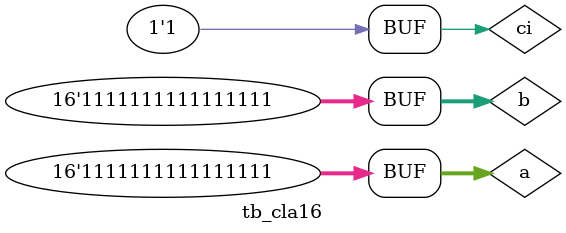
<source format=v>
`timescale 1ns/1ps

module tb_cla16();

reg [15:0] a, b;
reg ci;
wire [15:0] s;
wire co, gg, pg;

cla16 U0(.a(a), .b(b), .ci(ci), .co(co), .s(s), .gg(gg), .pg(pg));

initial begin
	a = 16'b1111_1111_1111_1111; b = 16'b1111_1111_1111_1111; ci = 1'b1;
end
endmodule

</source>
